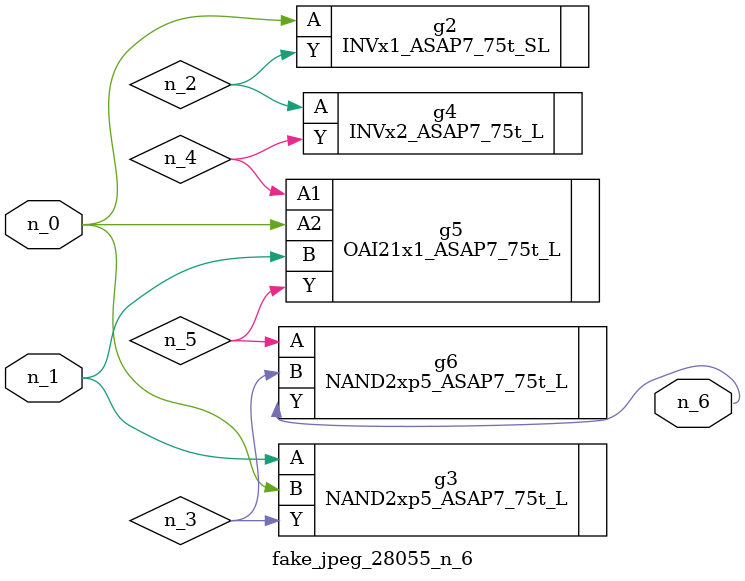
<source format=v>
module fake_jpeg_28055_n_6 (n_0, n_1, n_6);

input n_0;
input n_1;

output n_6;

wire n_2;
wire n_3;
wire n_4;
wire n_5;

INVx1_ASAP7_75t_SL g2 ( 
.A(n_0),
.Y(n_2)
);

NAND2xp5_ASAP7_75t_L g3 ( 
.A(n_1),
.B(n_0),
.Y(n_3)
);

INVx2_ASAP7_75t_L g4 ( 
.A(n_2),
.Y(n_4)
);

OAI21x1_ASAP7_75t_L g5 ( 
.A1(n_4),
.A2(n_0),
.B(n_1),
.Y(n_5)
);

NAND2xp5_ASAP7_75t_L g6 ( 
.A(n_5),
.B(n_3),
.Y(n_6)
);


endmodule
</source>
